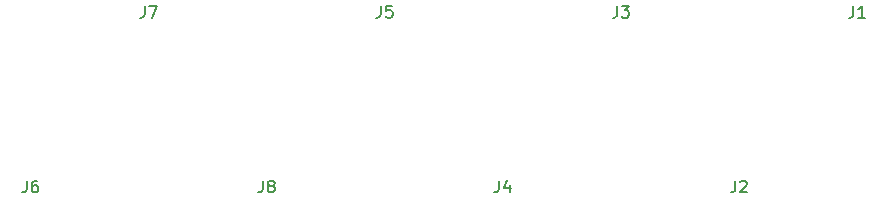
<source format=gbr>
G04 #@! TF.GenerationSoftware,KiCad,Pcbnew,(5.1.5-0)*
G04 #@! TF.CreationDate,2021-01-24T12:18:42-07:00*
G04 #@! TF.ProjectId,front_panel,66726f6e-745f-4706-916e-656c2e6b6963,rev?*
G04 #@! TF.SameCoordinates,Original*
G04 #@! TF.FileFunction,Legend,Top*
G04 #@! TF.FilePolarity,Positive*
%FSLAX46Y46*%
G04 Gerber Fmt 4.6, Leading zero omitted, Abs format (unit mm)*
G04 Created by KiCad (PCBNEW (5.1.5-0)) date 2021-01-24 12:18:42*
%MOMM*%
%LPD*%
G04 APERTURE LIST*
%ADD10C,0.150000*%
G04 APERTURE END LIST*
D10*
X132231666Y-118667380D02*
X132231666Y-119381666D01*
X132184047Y-119524523D01*
X132088809Y-119619761D01*
X131945952Y-119667380D01*
X131850714Y-119667380D01*
X132850714Y-119095952D02*
X132755476Y-119048333D01*
X132707857Y-119000714D01*
X132660238Y-118905476D01*
X132660238Y-118857857D01*
X132707857Y-118762619D01*
X132755476Y-118715000D01*
X132850714Y-118667380D01*
X133041190Y-118667380D01*
X133136428Y-118715000D01*
X133184047Y-118762619D01*
X133231666Y-118857857D01*
X133231666Y-118905476D01*
X133184047Y-119000714D01*
X133136428Y-119048333D01*
X133041190Y-119095952D01*
X132850714Y-119095952D01*
X132755476Y-119143571D01*
X132707857Y-119191190D01*
X132660238Y-119286428D01*
X132660238Y-119476904D01*
X132707857Y-119572142D01*
X132755476Y-119619761D01*
X132850714Y-119667380D01*
X133041190Y-119667380D01*
X133136428Y-119619761D01*
X133184047Y-119572142D01*
X133231666Y-119476904D01*
X133231666Y-119286428D01*
X133184047Y-119191190D01*
X133136428Y-119143571D01*
X133041190Y-119095952D01*
X122231666Y-103867380D02*
X122231666Y-104581666D01*
X122184047Y-104724523D01*
X122088809Y-104819761D01*
X121945952Y-104867380D01*
X121850714Y-104867380D01*
X122612619Y-103867380D02*
X123279285Y-103867380D01*
X122850714Y-104867380D01*
X112231666Y-118667380D02*
X112231666Y-119381666D01*
X112184047Y-119524523D01*
X112088809Y-119619761D01*
X111945952Y-119667380D01*
X111850714Y-119667380D01*
X113136428Y-118667380D02*
X112945952Y-118667380D01*
X112850714Y-118715000D01*
X112803095Y-118762619D01*
X112707857Y-118905476D01*
X112660238Y-119095952D01*
X112660238Y-119476904D01*
X112707857Y-119572142D01*
X112755476Y-119619761D01*
X112850714Y-119667380D01*
X113041190Y-119667380D01*
X113136428Y-119619761D01*
X113184047Y-119572142D01*
X113231666Y-119476904D01*
X113231666Y-119238809D01*
X113184047Y-119143571D01*
X113136428Y-119095952D01*
X113041190Y-119048333D01*
X112850714Y-119048333D01*
X112755476Y-119095952D01*
X112707857Y-119143571D01*
X112660238Y-119238809D01*
X142231666Y-103867380D02*
X142231666Y-104581666D01*
X142184047Y-104724523D01*
X142088809Y-104819761D01*
X141945952Y-104867380D01*
X141850714Y-104867380D01*
X143184047Y-103867380D02*
X142707857Y-103867380D01*
X142660238Y-104343571D01*
X142707857Y-104295952D01*
X142803095Y-104248333D01*
X143041190Y-104248333D01*
X143136428Y-104295952D01*
X143184047Y-104343571D01*
X143231666Y-104438809D01*
X143231666Y-104676904D01*
X143184047Y-104772142D01*
X143136428Y-104819761D01*
X143041190Y-104867380D01*
X142803095Y-104867380D01*
X142707857Y-104819761D01*
X142660238Y-104772142D01*
X172231666Y-118667380D02*
X172231666Y-119381666D01*
X172184047Y-119524523D01*
X172088809Y-119619761D01*
X171945952Y-119667380D01*
X171850714Y-119667380D01*
X172660238Y-118762619D02*
X172707857Y-118715000D01*
X172803095Y-118667380D01*
X173041190Y-118667380D01*
X173136428Y-118715000D01*
X173184047Y-118762619D01*
X173231666Y-118857857D01*
X173231666Y-118953095D01*
X173184047Y-119095952D01*
X172612619Y-119667380D01*
X173231666Y-119667380D01*
X152231666Y-118667380D02*
X152231666Y-119381666D01*
X152184047Y-119524523D01*
X152088809Y-119619761D01*
X151945952Y-119667380D01*
X151850714Y-119667380D01*
X153136428Y-119000714D02*
X153136428Y-119667380D01*
X152898333Y-118619761D02*
X152660238Y-119334047D01*
X153279285Y-119334047D01*
X162231666Y-103867380D02*
X162231666Y-104581666D01*
X162184047Y-104724523D01*
X162088809Y-104819761D01*
X161945952Y-104867380D01*
X161850714Y-104867380D01*
X162612619Y-103867380D02*
X163231666Y-103867380D01*
X162898333Y-104248333D01*
X163041190Y-104248333D01*
X163136428Y-104295952D01*
X163184047Y-104343571D01*
X163231666Y-104438809D01*
X163231666Y-104676904D01*
X163184047Y-104772142D01*
X163136428Y-104819761D01*
X163041190Y-104867380D01*
X162755476Y-104867380D01*
X162660238Y-104819761D01*
X162612619Y-104772142D01*
X182231666Y-103867380D02*
X182231666Y-104581666D01*
X182184047Y-104724523D01*
X182088809Y-104819761D01*
X181945952Y-104867380D01*
X181850714Y-104867380D01*
X183231666Y-104867380D02*
X182660238Y-104867380D01*
X182945952Y-104867380D02*
X182945952Y-103867380D01*
X182850714Y-104010238D01*
X182755476Y-104105476D01*
X182660238Y-104153095D01*
M02*

</source>
